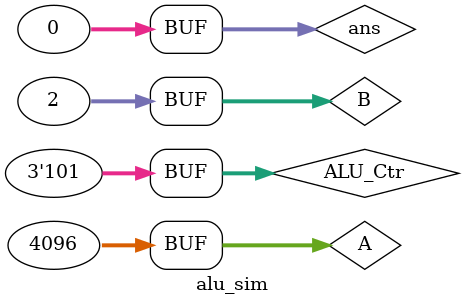
<source format=v>
`timescale 1ns / 1ps


module alu_sim;

	// Inputs
	reg [31:0] A;
	reg [31:0] B;
	reg [2:0] ALU_Ctr;

	// Outputs
	wire [31:0] res;
	wire Co;
	wire zero;
	wire overflow;
	integer ans = 0;


	// Instantiate the Unit Under Test (UUT)
	ALU uut (
		.A(A), 
		.B(B), 
		.ALU_Ctr(ALU_Ctr), 
		.res(res), 
		.Co(Co), 
		.zero(zero), 
		.overflow(overflow)
	);
	
	initial begin
		// Initialize Inputs
		A = 32'h00001000;
		B = 32'h00000002;
		ALU_Ctr = 3'b101;

		// Wait 100 ns for global reset to finish
		#100;
		
		ans = A >> B;
        
		// Add stimulus here

	end
      
endmodule


</source>
